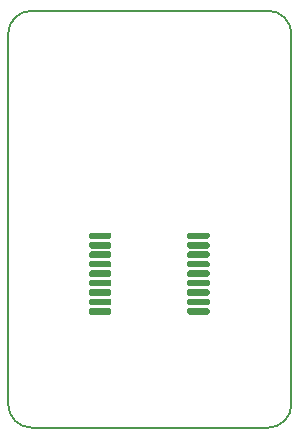
<source format=gbr>
G04 #@! TF.GenerationSoftware,KiCad,Pcbnew,5.1.6-c6e7f7d~86~ubuntu20.04.1*
G04 #@! TF.CreationDate,2020-05-17T01:15:33+03:00*
G04 #@! TF.ProjectId,BRK-SSOP-18-6x7.4-P0.8,42524b2d-5353-44f5-902d-31382d367837,v1.1*
G04 #@! TF.SameCoordinates,Original*
G04 #@! TF.FileFunction,Paste,Top*
G04 #@! TF.FilePolarity,Positive*
%FSLAX46Y46*%
G04 Gerber Fmt 4.6, Leading zero omitted, Abs format (unit mm)*
G04 Created by KiCad (PCBNEW 5.1.6-c6e7f7d~86~ubuntu20.04.1) date 2020-05-17 01:15:33*
%MOMM*%
%LPD*%
G01*
G04 APERTURE LIST*
G04 #@! TA.AperFunction,Profile*
%ADD10C,0.150000*%
G04 #@! TD*
G04 APERTURE END LIST*
D10*
X53000000Y-83300000D02*
G75*
G02*
X51000000Y-81300000I0J2000000D01*
G01*
X75000000Y-81300000D02*
G75*
G02*
X73000000Y-83300000I-2000000J0D01*
G01*
X73000000Y-48000000D02*
G75*
G02*
X75000000Y-50000000I0J-2000000D01*
G01*
X51000000Y-50000000D02*
G75*
G02*
X53000000Y-48000000I2000000J0D01*
G01*
X73000000Y-83300000D02*
X53000000Y-83300000D01*
X75000000Y-50000000D02*
X75000000Y-81300000D01*
X53000000Y-48000000D02*
X73000000Y-48000000D01*
X51000000Y-81300000D02*
X51000000Y-50000000D01*
G36*
G01*
X57860000Y-67197500D02*
X57860000Y-66922500D01*
G75*
G02*
X57997500Y-66785000I137500J0D01*
G01*
X59622500Y-66785000D01*
G75*
G02*
X59760000Y-66922500I0J-137500D01*
G01*
X59760000Y-67197500D01*
G75*
G02*
X59622500Y-67335000I-137500J0D01*
G01*
X57997500Y-67335000D01*
G75*
G02*
X57860000Y-67197500I0J137500D01*
G01*
G37*
G36*
G01*
X57860000Y-67997500D02*
X57860000Y-67722500D01*
G75*
G02*
X57997500Y-67585000I137500J0D01*
G01*
X59622500Y-67585000D01*
G75*
G02*
X59760000Y-67722500I0J-137500D01*
G01*
X59760000Y-67997500D01*
G75*
G02*
X59622500Y-68135000I-137500J0D01*
G01*
X57997500Y-68135000D01*
G75*
G02*
X57860000Y-67997500I0J137500D01*
G01*
G37*
G36*
G01*
X57860000Y-68797500D02*
X57860000Y-68522500D01*
G75*
G02*
X57997500Y-68385000I137500J0D01*
G01*
X59622500Y-68385000D01*
G75*
G02*
X59760000Y-68522500I0J-137500D01*
G01*
X59760000Y-68797500D01*
G75*
G02*
X59622500Y-68935000I-137500J0D01*
G01*
X57997500Y-68935000D01*
G75*
G02*
X57860000Y-68797500I0J137500D01*
G01*
G37*
G36*
G01*
X57860000Y-69597500D02*
X57860000Y-69322500D01*
G75*
G02*
X57997500Y-69185000I137500J0D01*
G01*
X59622500Y-69185000D01*
G75*
G02*
X59760000Y-69322500I0J-137500D01*
G01*
X59760000Y-69597500D01*
G75*
G02*
X59622500Y-69735000I-137500J0D01*
G01*
X57997500Y-69735000D01*
G75*
G02*
X57860000Y-69597500I0J137500D01*
G01*
G37*
G36*
G01*
X57860000Y-70397500D02*
X57860000Y-70122500D01*
G75*
G02*
X57997500Y-69985000I137500J0D01*
G01*
X59622500Y-69985000D01*
G75*
G02*
X59760000Y-70122500I0J-137500D01*
G01*
X59760000Y-70397500D01*
G75*
G02*
X59622500Y-70535000I-137500J0D01*
G01*
X57997500Y-70535000D01*
G75*
G02*
X57860000Y-70397500I0J137500D01*
G01*
G37*
G36*
G01*
X57860000Y-71197500D02*
X57860000Y-70922500D01*
G75*
G02*
X57997500Y-70785000I137500J0D01*
G01*
X59622500Y-70785000D01*
G75*
G02*
X59760000Y-70922500I0J-137500D01*
G01*
X59760000Y-71197500D01*
G75*
G02*
X59622500Y-71335000I-137500J0D01*
G01*
X57997500Y-71335000D01*
G75*
G02*
X57860000Y-71197500I0J137500D01*
G01*
G37*
G36*
G01*
X57860000Y-71997500D02*
X57860000Y-71722500D01*
G75*
G02*
X57997500Y-71585000I137500J0D01*
G01*
X59622500Y-71585000D01*
G75*
G02*
X59760000Y-71722500I0J-137500D01*
G01*
X59760000Y-71997500D01*
G75*
G02*
X59622500Y-72135000I-137500J0D01*
G01*
X57997500Y-72135000D01*
G75*
G02*
X57860000Y-71997500I0J137500D01*
G01*
G37*
G36*
G01*
X57860000Y-72797500D02*
X57860000Y-72522500D01*
G75*
G02*
X57997500Y-72385000I137500J0D01*
G01*
X59622500Y-72385000D01*
G75*
G02*
X59760000Y-72522500I0J-137500D01*
G01*
X59760000Y-72797500D01*
G75*
G02*
X59622500Y-72935000I-137500J0D01*
G01*
X57997500Y-72935000D01*
G75*
G02*
X57860000Y-72797500I0J137500D01*
G01*
G37*
G36*
G01*
X57860000Y-73597500D02*
X57860000Y-73322500D01*
G75*
G02*
X57997500Y-73185000I137500J0D01*
G01*
X59622500Y-73185000D01*
G75*
G02*
X59760000Y-73322500I0J-137500D01*
G01*
X59760000Y-73597500D01*
G75*
G02*
X59622500Y-73735000I-137500J0D01*
G01*
X57997500Y-73735000D01*
G75*
G02*
X57860000Y-73597500I0J137500D01*
G01*
G37*
G36*
G01*
X66160000Y-73597500D02*
X66160000Y-73322500D01*
G75*
G02*
X66297500Y-73185000I137500J0D01*
G01*
X67922500Y-73185000D01*
G75*
G02*
X68060000Y-73322500I0J-137500D01*
G01*
X68060000Y-73597500D01*
G75*
G02*
X67922500Y-73735000I-137500J0D01*
G01*
X66297500Y-73735000D01*
G75*
G02*
X66160000Y-73597500I0J137500D01*
G01*
G37*
G36*
G01*
X66160000Y-72797500D02*
X66160000Y-72522500D01*
G75*
G02*
X66297500Y-72385000I137500J0D01*
G01*
X67922500Y-72385000D01*
G75*
G02*
X68060000Y-72522500I0J-137500D01*
G01*
X68060000Y-72797500D01*
G75*
G02*
X67922500Y-72935000I-137500J0D01*
G01*
X66297500Y-72935000D01*
G75*
G02*
X66160000Y-72797500I0J137500D01*
G01*
G37*
G36*
G01*
X66160000Y-71997500D02*
X66160000Y-71722500D01*
G75*
G02*
X66297500Y-71585000I137500J0D01*
G01*
X67922500Y-71585000D01*
G75*
G02*
X68060000Y-71722500I0J-137500D01*
G01*
X68060000Y-71997500D01*
G75*
G02*
X67922500Y-72135000I-137500J0D01*
G01*
X66297500Y-72135000D01*
G75*
G02*
X66160000Y-71997500I0J137500D01*
G01*
G37*
G36*
G01*
X66160000Y-71197500D02*
X66160000Y-70922500D01*
G75*
G02*
X66297500Y-70785000I137500J0D01*
G01*
X67922500Y-70785000D01*
G75*
G02*
X68060000Y-70922500I0J-137500D01*
G01*
X68060000Y-71197500D01*
G75*
G02*
X67922500Y-71335000I-137500J0D01*
G01*
X66297500Y-71335000D01*
G75*
G02*
X66160000Y-71197500I0J137500D01*
G01*
G37*
G36*
G01*
X66160000Y-70397500D02*
X66160000Y-70122500D01*
G75*
G02*
X66297500Y-69985000I137500J0D01*
G01*
X67922500Y-69985000D01*
G75*
G02*
X68060000Y-70122500I0J-137500D01*
G01*
X68060000Y-70397500D01*
G75*
G02*
X67922500Y-70535000I-137500J0D01*
G01*
X66297500Y-70535000D01*
G75*
G02*
X66160000Y-70397500I0J137500D01*
G01*
G37*
G36*
G01*
X66160000Y-69597500D02*
X66160000Y-69322500D01*
G75*
G02*
X66297500Y-69185000I137500J0D01*
G01*
X67922500Y-69185000D01*
G75*
G02*
X68060000Y-69322500I0J-137500D01*
G01*
X68060000Y-69597500D01*
G75*
G02*
X67922500Y-69735000I-137500J0D01*
G01*
X66297500Y-69735000D01*
G75*
G02*
X66160000Y-69597500I0J137500D01*
G01*
G37*
G36*
G01*
X66160000Y-68797500D02*
X66160000Y-68522500D01*
G75*
G02*
X66297500Y-68385000I137500J0D01*
G01*
X67922500Y-68385000D01*
G75*
G02*
X68060000Y-68522500I0J-137500D01*
G01*
X68060000Y-68797500D01*
G75*
G02*
X67922500Y-68935000I-137500J0D01*
G01*
X66297500Y-68935000D01*
G75*
G02*
X66160000Y-68797500I0J137500D01*
G01*
G37*
G36*
G01*
X66160000Y-67997500D02*
X66160000Y-67722500D01*
G75*
G02*
X66297500Y-67585000I137500J0D01*
G01*
X67922500Y-67585000D01*
G75*
G02*
X68060000Y-67722500I0J-137500D01*
G01*
X68060000Y-67997500D01*
G75*
G02*
X67922500Y-68135000I-137500J0D01*
G01*
X66297500Y-68135000D01*
G75*
G02*
X66160000Y-67997500I0J137500D01*
G01*
G37*
G36*
G01*
X66160000Y-67197500D02*
X66160000Y-66922500D01*
G75*
G02*
X66297500Y-66785000I137500J0D01*
G01*
X67922500Y-66785000D01*
G75*
G02*
X68060000Y-66922500I0J-137500D01*
G01*
X68060000Y-67197500D01*
G75*
G02*
X67922500Y-67335000I-137500J0D01*
G01*
X66297500Y-67335000D01*
G75*
G02*
X66160000Y-67197500I0J137500D01*
G01*
G37*
M02*

</source>
